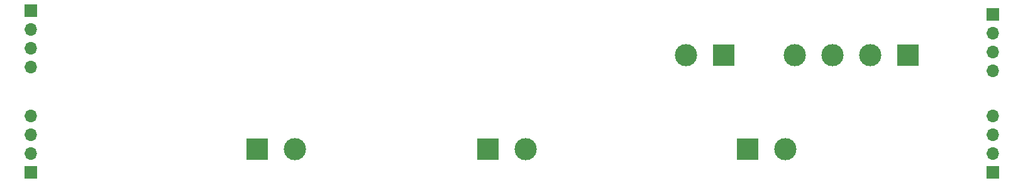
<source format=gts>
G04 #@! TF.GenerationSoftware,KiCad,Pcbnew,(6.0.7)*
G04 #@! TF.CreationDate,2023-03-22T16:34:50-04:00*
G04 #@! TF.ProjectId,IR FANS LED board,49522046-414e-4532-904c-454420626f61,rev?*
G04 #@! TF.SameCoordinates,Original*
G04 #@! TF.FileFunction,Soldermask,Top*
G04 #@! TF.FilePolarity,Negative*
%FSLAX46Y46*%
G04 Gerber Fmt 4.6, Leading zero omitted, Abs format (unit mm)*
G04 Created by KiCad (PCBNEW (6.0.7)) date 2023-03-22 16:34:50*
%MOMM*%
%LPD*%
G01*
G04 APERTURE LIST*
%ADD10R,3.000000X3.000000*%
%ADD11C,3.000000*%
%ADD12R,1.700000X1.700000*%
%ADD13O,1.700000X1.700000*%
G04 APERTURE END LIST*
D10*
G04 #@! TO.C,J4*
X187960000Y-27305000D03*
D11*
X182880000Y-27305000D03*
X177800000Y-27305000D03*
X172720000Y-27305000D03*
G04 #@! TD*
D10*
G04 #@! TO.C,J3*
X131445000Y-40005000D03*
D11*
X136525000Y-40005000D03*
G04 #@! TD*
D12*
G04 #@! TO.C,J8*
X199390000Y-43180000D03*
D13*
X199390000Y-40640000D03*
X199390000Y-38100000D03*
X199390000Y-35560000D03*
G04 #@! TD*
D10*
G04 #@! TO.C,J5*
X166370000Y-40005000D03*
D11*
X171450000Y-40005000D03*
G04 #@! TD*
D12*
G04 #@! TO.C,J9*
X69850000Y-43180000D03*
D13*
X69850000Y-40640000D03*
X69850000Y-38100000D03*
X69850000Y-35560000D03*
G04 #@! TD*
D10*
G04 #@! TO.C,J7*
X100330000Y-40005000D03*
D11*
X105410000Y-40005000D03*
G04 #@! TD*
D12*
G04 #@! TO.C,J2*
X69850000Y-21336000D03*
D13*
X69850000Y-23876000D03*
X69850000Y-26416000D03*
X69850000Y-28956000D03*
G04 #@! TD*
D12*
G04 #@! TO.C,J1*
X199390000Y-21803200D03*
D13*
X199390000Y-24343200D03*
X199390000Y-26883200D03*
X199390000Y-29423200D03*
G04 #@! TD*
D10*
G04 #@! TO.C,J6*
X163195000Y-27305000D03*
D11*
X158115000Y-27305000D03*
G04 #@! TD*
M02*

</source>
